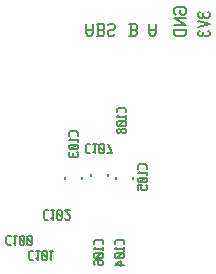
<source format=gbr>
G04 start of page 9 for group -4078 idx -4078 *
G04 Title: encoder, bottomsilk *
G04 Creator: pcb 20140316 *
G04 CreationDate: Mon 15 Jan 2018 02:12:54 AM GMT UTC *
G04 For: brian *
G04 Format: Gerber/RS-274X *
G04 PCB-Dimensions (mil): 1250.00 1300.00 *
G04 PCB-Coordinate-Origin: lower left *
%MOIN*%
%FSLAX25Y25*%
%LNBOTTOMSILK*%
%ADD56C,0.0080*%
G54D56*X79500Y115400D02*X81460D01*
X81950Y114910D01*
Y113734D02*Y114910D01*
X81460Y113244D02*X81950Y113734D01*
X79990Y113244D02*X81460D01*
X79990Y111480D02*Y115400D01*
X79500Y111480D02*X81460D01*
X81950Y111970D01*
Y112754D01*
X81460Y113244D02*X81950Y112754D01*
X86000Y112460D02*Y115400D01*
Y112460D02*X86686Y111480D01*
X87764D01*
X88450Y112460D01*
Y115400D01*
X86000Y113440D02*X88450D01*
X94480Y119040D02*X94970Y118550D01*
X94480Y119040D02*Y120510D01*
X94970Y121000D02*X94480Y120510D01*
X94970Y121000D02*X97910D01*
X98400Y120510D01*
Y119040D02*Y120510D01*
Y119040D02*X97910Y118550D01*
X96930D02*X97910D01*
X96440Y119040D02*X96930Y118550D01*
X96440Y119040D02*Y120020D01*
X94480Y117374D02*X98400D01*
X94480D02*X98400Y114924D01*
X94480D02*X98400D01*
X94480Y113258D02*X98400D01*
X94480Y111984D02*X95166Y111298D01*
X97714D01*
X98400Y111984D02*X97714Y111298D01*
X98400Y111984D02*Y113748D01*
X94480Y111984D02*Y113748D01*
X102970Y119500D02*X102480Y119010D01*
Y118030D02*Y119010D01*
Y118030D02*X102970Y117540D01*
X106400Y118030D02*X105910Y117540D01*
X106400Y118030D02*Y119010D01*
X105910Y119500D02*X106400Y119010D01*
X104244Y118030D02*Y119010D01*
X102970Y117540D02*X103754D01*
X104734D02*X105910D01*
X104734D02*X104244Y118030D01*
X103754Y117540D02*X104244Y118030D01*
X102480Y116364D02*X106400Y115384D01*
X102480Y114404D01*
X102970Y113228D02*X102480Y112738D01*
Y111758D02*Y112738D01*
Y111758D02*X102970Y111268D01*
X106400Y111758D02*X105910Y111268D01*
X106400Y111758D02*Y112738D01*
X105910Y113228D02*X106400Y112738D01*
X104244Y111758D02*Y112738D01*
X102970Y111268D02*X103754D01*
X104734D02*X105910D01*
X104734D02*X104244Y111758D01*
X103754Y111268D02*X104244Y111758D01*
X65000Y112460D02*Y115400D01*
Y112460D02*X65686Y111480D01*
X66764D01*
X67450Y112460D01*
Y115400D01*
X65000Y113440D02*X67450D01*
X68626Y115400D02*X70586D01*
X71076Y114910D01*
Y113734D02*Y114910D01*
X70586Y113244D02*X71076Y113734D01*
X69116Y113244D02*X70586D01*
X69116Y111480D02*Y115400D01*
X68626Y111480D02*X70586D01*
X71076Y111970D01*
Y112754D01*
X70586Y113244D02*X71076Y112754D01*
X74212Y111480D02*X74702Y111970D01*
X72742Y111480D02*X74212D01*
X72252Y111970D02*X72742Y111480D01*
X72252Y111970D02*Y112950D01*
X72742Y113440D01*
X74212D01*
X74702Y113930D01*
Y114910D01*
X74212Y115400D02*X74702Y114910D01*
X72742Y115400D02*X74212D01*
X72252Y114910D02*X72742Y115400D01*
X80755Y64393D02*Y63607D01*
X75245Y64393D02*Y63607D01*
X72255Y65393D02*Y64607D01*
X66745Y65393D02*Y64607D01*
X63755Y64393D02*Y63607D01*
X58245Y64393D02*Y63607D01*
X78300Y85945D02*Y86933D01*
X77768Y87465D02*X78300Y86933D01*
X75792Y87465D02*X77768D01*
X75792D02*X75260Y86933D01*
Y85945D02*Y86933D01*
X75868Y85033D02*X75260Y84425D01*
X78300D01*
Y83893D02*Y85033D01*
X77920Y82981D02*X78300Y82601D01*
X75640Y82981D02*X77920D01*
X75640D02*X75260Y82601D01*
Y81841D02*Y82601D01*
Y81841D02*X75640Y81461D01*
X77920D01*
X78300Y81841D02*X77920Y81461D01*
X78300Y81841D02*Y82601D01*
X77540Y82981D02*X76020Y81461D01*
X77920Y80549D02*X78300Y80169D01*
X77312Y80549D02*X77920D01*
X77312D02*X76780Y80017D01*
Y79561D02*Y80017D01*
Y79561D02*X77312Y79029D01*
X77920D01*
X78300Y79409D02*X77920Y79029D01*
X78300Y79409D02*Y80169D01*
X76248Y80549D02*X76780Y80017D01*
X75640Y80549D02*X76248D01*
X75640D02*X75260Y80169D01*
Y79409D02*Y80169D01*
Y79409D02*X75640Y79029D01*
X76248D01*
X76780Y79561D02*X76248Y79029D01*
X77800Y41945D02*Y42933D01*
X77268Y43465D02*X77800Y42933D01*
X75292Y43465D02*X77268D01*
X75292D02*X74760Y42933D01*
Y41945D02*Y42933D01*
X75368Y41033D02*X74760Y40425D01*
X77800D01*
Y39893D02*Y41033D01*
X77420Y38981D02*X77800Y38601D01*
X75140Y38981D02*X77420D01*
X75140D02*X74760Y38601D01*
Y37841D02*Y38601D01*
Y37841D02*X75140Y37461D01*
X77420D01*
X77800Y37841D02*X77420Y37461D01*
X77800Y37841D02*Y38601D01*
X77040Y38981D02*X75520Y37461D01*
X76660Y36549D02*X74760Y35029D01*
X76660Y34649D02*Y36549D01*
X74760Y35029D02*X77800D01*
X70835Y41980D02*Y42968D01*
X70303Y43500D02*X70835Y42968D01*
X68327Y43500D02*X70303D01*
X68327D02*X67795Y42968D01*
Y41980D02*Y42968D01*
X68403Y41068D02*X67795Y40460D01*
X70835D01*
Y39928D02*Y41068D01*
X70455Y39016D02*X70835Y38636D01*
X68175Y39016D02*X70455D01*
X68175D02*X67795Y38636D01*
Y37876D02*Y38636D01*
Y37876D02*X68175Y37496D01*
X70455D01*
X70835Y37876D02*X70455Y37496D01*
X70835Y37876D02*Y38636D01*
X70075Y39016D02*X68555Y37496D01*
X67795Y35444D02*X68175Y35064D01*
X67795Y35444D02*Y36204D01*
X68175Y36584D02*X67795Y36204D01*
X68175Y36584D02*X70455D01*
X70835Y36204D01*
X69163Y35444D02*X69543Y35064D01*
X69163Y35444D02*Y36584D01*
X70835Y35444D02*Y36204D01*
Y35444D02*X70455Y35064D01*
X69543D02*X70455D01*
X65567Y75300D02*X66555D01*
X65035Y74768D02*X65567Y75300D01*
X65035Y72792D02*Y74768D01*
Y72792D02*X65567Y72260D01*
X66555D01*
X67467Y72868D02*X68075Y72260D01*
Y75300D01*
X67467D02*X68607D01*
X69519Y74920D02*X69899Y75300D01*
X69519Y72640D02*Y74920D01*
Y72640D02*X69899Y72260D01*
X70659D01*
X71039Y72640D01*
Y74920D01*
X70659Y75300D02*X71039Y74920D01*
X69899Y75300D02*X70659D01*
X69519Y74540D02*X71039Y73020D01*
X72331Y75300D02*X73851Y72260D01*
X71951D02*X73851D01*
X62359Y78095D02*Y79083D01*
X61827Y79615D02*X62359Y79083D01*
X59851Y79615D02*X61827D01*
X59851D02*X59319Y79083D01*
Y78095D02*Y79083D01*
X59927Y77183D02*X59319Y76575D01*
X62359D01*
Y76043D02*Y77183D01*
X61979Y75131D02*X62359Y74751D01*
X59699Y75131D02*X61979D01*
X59699D02*X59319Y74751D01*
Y73991D02*Y74751D01*
Y73991D02*X59699Y73611D01*
X61979D01*
X62359Y73991D02*X61979Y73611D01*
X62359Y73991D02*Y74751D01*
X61599Y75131D02*X60079Y73611D01*
X59699Y72699D02*X59319Y72319D01*
Y71559D02*Y72319D01*
Y71559D02*X59699Y71179D01*
X62359Y71559D02*X61979Y71179D01*
X62359Y71559D02*Y72319D01*
X61979Y72699D02*X62359Y72319D01*
X60687Y71559D02*Y72319D01*
X59699Y71179D02*X60307D01*
X61067D02*X61979D01*
X61067D02*X60687Y71559D01*
X60307Y71179D02*X60687Y71559D01*
X85391Y67095D02*Y68083D01*
X84859Y68615D02*X85391Y68083D01*
X82883Y68615D02*X84859D01*
X82883D02*X82351Y68083D01*
Y67095D02*Y68083D01*
X82959Y66183D02*X82351Y65575D01*
X85391D01*
Y65043D02*Y66183D01*
X85011Y64131D02*X85391Y63751D01*
X82731Y64131D02*X85011D01*
X82731D02*X82351Y63751D01*
Y62991D02*Y63751D01*
Y62991D02*X82731Y62611D01*
X85011D01*
X85391Y62991D02*X85011Y62611D01*
X85391Y62991D02*Y63751D01*
X84631Y64131D02*X83111Y62611D01*
X82351Y60179D02*Y61699D01*
X83871D01*
X83491Y61319D01*
Y60559D02*Y61319D01*
Y60559D02*X83871Y60179D01*
X85011D01*
X85391Y60559D02*X85011Y60179D01*
X85391Y60559D02*Y61319D01*
X85011Y61699D02*X85391Y61319D01*
X39067Y44800D02*X40055D01*
X38535Y44268D02*X39067Y44800D01*
X38535Y42292D02*Y44268D01*
Y42292D02*X39067Y41760D01*
X40055D01*
X40967Y42368D02*X41575Y41760D01*
Y44800D01*
X40967D02*X42107D01*
X43019Y44420D02*X43399Y44800D01*
X43019Y42140D02*Y44420D01*
Y42140D02*X43399Y41760D01*
X44159D01*
X44539Y42140D01*
Y44420D01*
X44159Y44800D02*X44539Y44420D01*
X43399Y44800D02*X44159D01*
X43019Y44040D02*X44539Y42520D01*
X45451Y44420D02*X45831Y44800D01*
X45451Y42140D02*Y44420D01*
Y42140D02*X45831Y41760D01*
X46591D01*
X46971Y42140D01*
Y44420D01*
X46591Y44800D02*X46971Y44420D01*
X45831Y44800D02*X46591D01*
X45451Y44040D02*X46971Y42520D01*
X46567Y39800D02*X47555D01*
X46035Y39268D02*X46567Y39800D01*
X46035Y37292D02*Y39268D01*
Y37292D02*X46567Y36760D01*
X47555D01*
X48467Y37368D02*X49075Y36760D01*
Y39800D01*
X48467D02*X49607D01*
X50519Y39420D02*X50899Y39800D01*
X50519Y37140D02*Y39420D01*
Y37140D02*X50899Y36760D01*
X51659D01*
X52039Y37140D01*
Y39420D01*
X51659Y39800D02*X52039Y39420D01*
X50899Y39800D02*X51659D01*
X50519Y39040D02*X52039Y37520D01*
X52951Y37368D02*X53559Y36760D01*
Y39800D01*
X52951D02*X54091D01*
X51532Y53265D02*X52520D01*
X51000Y52733D02*X51532Y53265D01*
X51000Y50757D02*Y52733D01*
Y50757D02*X51532Y50225D01*
X52520D01*
X53432Y50833D02*X54040Y50225D01*
Y53265D01*
X53432D02*X54572D01*
X55484Y52885D02*X55864Y53265D01*
X55484Y50605D02*Y52885D01*
Y50605D02*X55864Y50225D01*
X56624D01*
X57004Y50605D01*
Y52885D01*
X56624Y53265D02*X57004Y52885D01*
X55864Y53265D02*X56624D01*
X55484Y52505D02*X57004Y50985D01*
X57916Y50605D02*X58296Y50225D01*
X59436D01*
X59816Y50605D01*
Y51365D01*
X57916Y53265D02*X59816Y51365D01*
X57916Y53265D02*X59816D01*
M02*

</source>
